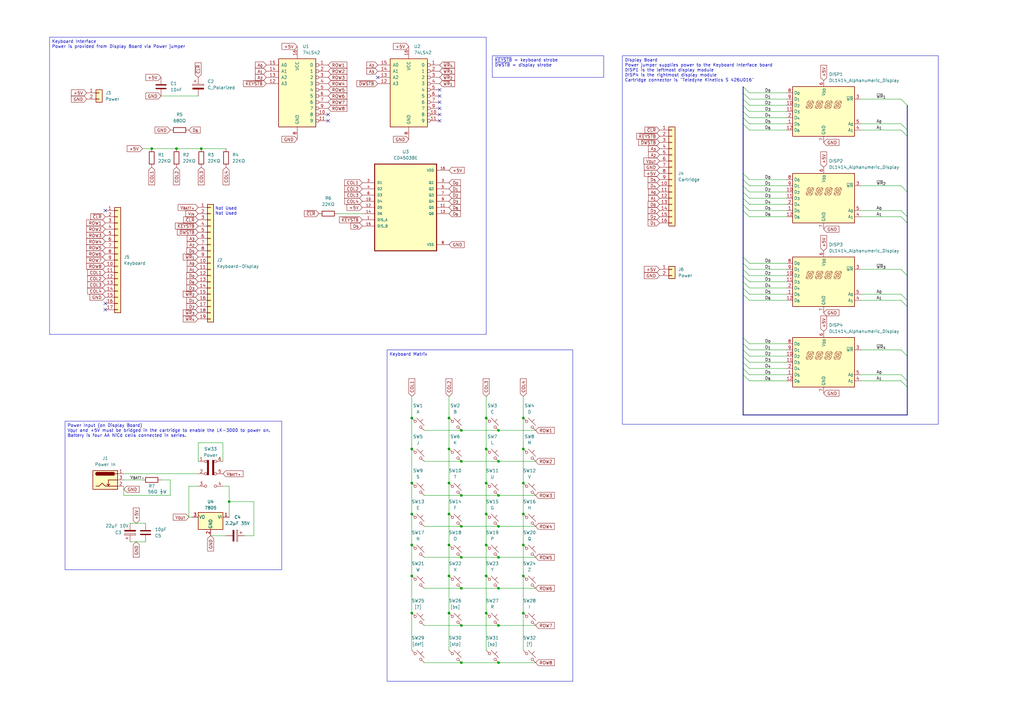
<source format=kicad_sch>
(kicad_sch (version 20250114) (generator "eeschema") (generator_version "9.0")
  (paper "A3")
  (title_block (title "Nixdorf LK-3000 Personal Computer") (date "21/SEP/2025") (rev "WORK IN PROGRESS") (company "Brett Hallen") (comment 1 "www.youtube.com/@Brfff"))
  (text "Not Used\nNot Used" (at 92.71 86.614 0) (effects (font (size 1.27 1.27))))
  (text_box "Power Input (on Display Board)\nV_{OUT} and +5V must be bridged in the cartridge to enable the LK-3000 to power on.\nBattery is four AA NiCd cells connected in series." (at 26.67 172.72 0) (size 88.9 60.96) (margins 0.9525 0.9525 0.9525 0.9525) (effects (font (size 1.27 1.27)) (justify left top)))
  (text_box "Display Board\nPower jumper supplies power to the Keyboard Interface board\nDISP1 is the leftmost display module\nDISP4 is the rightmost display module\nCartridge connector is \"Teledyne Kinetics S 426U016\"" (at 255.27 22.86 0) (size 129.54 151.13) (margins 0.9525 0.9525 0.9525 0.9525) (effects (font (size 1.27 1.27)) (justify left top)))
  (text_box "Keyboard Interface\nPower is provided from Display Board via Power jumper" (at 20.32 15.24 0) (size 179.07 121.92) (margins 0.9525 0.9525 0.9525 0.9525) (effects (font (size 1.27 1.27)) (justify left top)))
  (text_box "~{KEYSTB} = keyboard strobe\n~{DWSTB} = display strobe" (at 201.93 22.86 0) (size 45.72 8.89) (margins 0.9525 0.9525 0.9525 0.9525) (effects (font (size 1.27 1.27)) (justify left top)))
  (text_box "Keyboard Matrix" (at 158.75 143.51 0) (size 76.2 135.89) (margins 0.9525 0.9525 0.9525 0.9525) (effects (font (size 1.27 1.27)) (justify left top)))
  (junction (at 204.47 215.9))
  (junction (at 204.47 203.2))
  (junction (at 214.63 210.82))
  (junction (at 189.23 189.23))
  (junction (at 184.15 251.46))
  (junction (at 214.63 236.22))
  (junction (at 199.39 223.52))
  (junction (at 214.63 171.45))
  (junction (at 168.91 210.82))
  (junction (at 189.23 241.3))
  (junction (at 204.47 176.53))
  (junction (at 184.15 236.22))
  (junction (at 72.39 60.96))
  (junction (at 184.15 171.45))
  (junction (at 189.23 228.6))
  (junction (at 184.15 184.15))
  (junction (at 204.47 189.23))
  (junction (at 204.47 271.78))
  (junction (at 168.91 251.46))
  (junction (at 184.15 198.12))
  (junction (at 199.39 236.22))
  (junction (at 168.91 171.45))
  (junction (at 199.39 171.45))
  (junction (at 93.98 205.74))
  (junction (at 62.23 60.96))
  (junction (at 204.47 241.3))
  (junction (at 214.63 184.15))
  (junction (at 189.23 215.9))
  (junction (at 82.55 60.96))
  (junction (at 168.91 184.15))
  (junction (at 168.91 236.22))
  (junction (at 189.23 176.53))
  (junction (at 214.63 251.46))
  (junction (at 168.91 198.12))
  (junction (at 189.23 271.78))
  (junction (at 199.39 184.15))
  (junction (at 189.23 256.54))
  (junction (at 214.63 223.52))
  (junction (at 168.91 223.52))
  (junction (at 214.63 198.12))
  (junction (at 199.39 251.46))
  (junction (at 204.47 228.6))
  (junction (at 199.39 198.12))
  (junction (at 199.39 210.82))
  (junction (at 189.23 203.2))
  (junction (at 184.15 210.82))
  (junction (at 204.47 256.54))
  (junction (at 184.15 223.52))
  (no_connect (at 180.34 36.83))
  (no_connect (at 180.34 39.37))
  (no_connect (at 43.18 127))
  (no_connect (at 134.62 46.99))
  (no_connect (at 43.18 86.36))
  (no_connect (at 154.94 31.75))
  (no_connect (at 43.18 124.46))
  (no_connect (at 180.34 46.99))
  (no_connect (at 134.62 49.53))
  (no_connect (at 180.34 44.45))
  (no_connect (at 180.34 41.91))
  (no_connect (at 180.34 49.53))
  (bus_entry (at 304.8 86.36) (size 2.54 2.54))
  (bus_entry (at 304.8 81.28) (size 2.54 2.54))
  (bus_entry (at 304.8 71.12) (size 2.54 2.54))
  (bus_entry (at 304.8 48.26) (size 2.54 2.54))
  (bus_entry (at 304.8 138.43) (size 2.54 2.54))
  (bus_entry (at 304.8 35.56) (size 2.54 2.54))
  (bus_entry (at 304.8 83.82) (size 2.54 2.54))
  (bus_entry (at 304.8 45.72) (size 2.54 2.54))
  (bus_entry (at 304.8 151.13) (size 2.54 2.54))
  (bus_entry (at 372.11 55.88) (size -2.54 -2.54))
  (bus_entry (at 304.8 113.03) (size 2.54 2.54))
  (bus_entry (at 372.11 88.9) (size -2.54 -2.54))
  (bus_entry (at 304.8 107.95) (size 2.54 2.54))
  (bus_entry (at 304.8 140.97) (size 2.54 2.54))
  (bus_entry (at 372.11 146.05) (size -2.54 -2.54))
  (bus_entry (at 304.8 118.11) (size 2.54 2.54))
  (bus_entry (at 304.8 43.18) (size 2.54 2.54))
  (bus_entry (at 372.11 125.73) (size -2.54 -2.54))
  (bus_entry (at 372.11 123.19) (size -2.54 -2.54))
  (bus_entry (at 304.8 120.65) (size 2.54 2.54))
  (bus_entry (at 304.8 78.74) (size 2.54 2.54))
  (bus_entry (at 304.8 38.1) (size 2.54 2.54))
  (bus_entry (at 372.11 53.34) (size -2.54 -2.54))
  (bus_entry (at 304.8 73.66) (size 2.54 2.54))
  (bus_entry (at 304.8 115.57) (size 2.54 2.54))
  (bus_entry (at 372.11 113.03) (size -2.54 -2.54))
  (bus_entry (at 372.11 156.21) (size -2.54 -2.54))
  (bus_entry (at 304.8 153.67) (size 2.54 2.54))
  (bus_entry (at 304.8 146.05) (size 2.54 2.54))
  (bus_entry (at 372.11 158.75) (size -2.54 -2.54))
  (bus_entry (at 304.8 143.51) (size 2.54 2.54))
  (bus_entry (at 304.8 40.64) (size 2.54 2.54))
  (bus_entry (at 372.11 91.44) (size -2.54 -2.54))
  (bus_entry (at 372.11 43.18) (size -2.54 -2.54))
  (bus_entry (at 304.8 148.59) (size 2.54 2.54))
  (bus_entry (at 304.8 105.41) (size 2.54 2.54))
  (bus_entry (at 372.11 78.74) (size -2.54 -2.54))
  (bus_entry (at 304.8 110.49) (size 2.54 2.54))
  (bus_entry (at 304.8 50.8) (size 2.54 2.54))
  (bus_entry (at 304.8 76.2) (size 2.54 2.54))
  (wire (pts (xy 353.06 76.2) (xy 369.57 76.2)))
  (wire (pts (xy 307.34 88.9) (xy 322.58 88.9)))
  (wire (pts (xy 189.23 176.53) (xy 204.47 176.53)))
  (bus (pts (xy 304.8 110.49) (xy 304.8 113.03)))
  (bus (pts (xy 304.8 35.56) (xy 304.8 38.1)))
  (wire (pts (xy 168.91 223.52) (xy 168.91 236.22)))
  (bus (pts (xy 304.8 86.36) (xy 304.8 105.41)))
  (wire (pts (xy 307.34 123.19) (xy 322.58 123.19)))
  (bus (pts (xy 372.11 88.9) (xy 372.11 91.44)))
  (wire (pts (xy 53.34 222.25) (xy 59.69 222.25)))
  (wire (pts (xy 189.23 203.2) (xy 204.47 203.2)))
  (wire (pts (xy 353.06 120.65) (xy 369.57 120.65)))
  (wire (pts (xy 173.99 215.9) (xy 189.23 215.9)))
  (wire (pts (xy 62.23 60.96) (xy 72.39 60.96)))
  (wire (pts (xy 69.85 196.85) (xy 69.85 203.2)))
  (wire (pts (xy 199.39 210.82) (xy 199.39 223.52)))
  (wire (pts (xy 173.99 203.2) (xy 189.23 203.2)))
  (wire (pts (xy 307.34 81.28) (xy 322.58 81.28)))
  (wire (pts (xy 307.34 48.26) (xy 322.58 48.26)))
  (wire (pts (xy 307.34 146.05) (xy 322.58 146.05)))
  (wire (pts (xy 307.34 43.18) (xy 322.58 43.18)))
  (wire (pts (xy 58.42 196.85) (xy 50.8 196.85)))
  (wire (pts (xy 307.34 118.11) (xy 322.58 118.11)))
  (wire (pts (xy 204.47 256.54) (xy 219.71 256.54)))
  (wire (pts (xy 307.34 73.66) (xy 322.58 73.66)))
  (wire (pts (xy 104.14 205.74) (xy 93.98 205.74)))
  (wire (pts (xy 204.47 189.23) (xy 219.71 189.23)))
  (bus (pts (xy 304.8 153.67) (xy 304.8 170.18)))
  (wire (pts (xy 168.91 171.45) (xy 168.91 184.15)))
  (wire (pts (xy 199.39 251.46) (xy 199.39 266.7)))
  (wire (pts (xy 307.34 76.2) (xy 322.58 76.2)))
  (wire (pts (xy 204.47 228.6) (xy 219.71 228.6)))
  (wire (pts (xy 104.14 219.71) (xy 104.14 205.74)))
  (wire (pts (xy 189.23 228.6) (xy 204.47 228.6)))
  (wire (pts (xy 199.39 184.15) (xy 199.39 198.12)))
  (wire (pts (xy 173.99 256.54) (xy 189.23 256.54)))
  (wire (pts (xy 353.06 88.9) (xy 369.57 88.9)))
  (bus (pts (xy 304.8 138.43) (xy 304.8 140.97)))
  (bus (pts (xy 372.11 113.03) (xy 372.11 123.19)))
  (wire (pts (xy 307.34 113.03) (xy 322.58 113.03)))
  (wire (pts (xy 184.15 251.46) (xy 184.15 266.7)))
  (wire (pts (xy 168.91 210.82) (xy 168.91 223.52)))
  (wire (pts (xy 173.99 271.78) (xy 189.23 271.78)))
  (wire (pts (xy 307.34 50.8) (xy 322.58 50.8)))
  (wire (pts (xy 184.15 236.22) (xy 184.15 251.46)))
  (wire (pts (xy 77.47 212.09) (xy 78.74 212.09)))
  (bus (pts (xy 304.8 105.41) (xy 304.8 107.95)))
  (wire (pts (xy 353.06 53.34) (xy 369.57 53.34)))
  (wire (pts (xy 168.91 251.46) (xy 168.91 266.7)))
  (bus (pts (xy 304.8 113.03) (xy 304.8 115.57)))
  (wire (pts (xy 82.55 60.96) (xy 92.71 60.96)))
  (wire (pts (xy 50.8 194.31) (xy 81.28 194.31)))
  (bus (pts (xy 304.8 48.26) (xy 304.8 50.8)))
  (wire (pts (xy 214.63 171.45) (xy 214.63 184.15)))
  (wire (pts (xy 199.39 171.45) (xy 199.39 184.15)))
  (bus (pts (xy 304.8 38.1) (xy 304.8 40.64)))
  (bus (pts (xy 372.11 78.74) (xy 372.11 88.9)))
  (wire (pts (xy 173.99 241.3) (xy 189.23 241.3)))
  (bus (pts (xy 372.11 158.75) (xy 372.11 170.18)))
  (wire (pts (xy 168.91 184.15) (xy 168.91 198.12)))
  (wire (pts (xy 204.47 176.53) (xy 219.71 176.53)))
  (wire (pts (xy 168.91 162.56) (xy 168.91 171.45)))
  (wire (pts (xy 93.98 205.74) (xy 93.98 212.09)))
  (bus (pts (xy 372.11 146.05) (xy 372.11 156.21)))
  (wire (pts (xy 77.47 199.39) (xy 77.47 212.09)))
  (wire (pts (xy 353.06 156.21) (xy 369.57 156.21)))
  (bus (pts (xy 372.11 53.34) (xy 372.11 55.88)))
  (wire (pts (xy 353.06 110.49) (xy 369.57 110.49)))
  (wire (pts (xy 199.39 162.56) (xy 199.39 171.45)))
  (wire (pts (xy 353.06 153.67) (xy 369.57 153.67)))
  (wire (pts (xy 204.47 203.2) (xy 219.71 203.2)))
  (wire (pts (xy 214.63 198.12) (xy 214.63 210.82)))
  (wire (pts (xy 91.44 199.39) (xy 93.98 199.39)))
  (bus (pts (xy 304.8 115.57) (xy 304.8 118.11)))
  (wire (pts (xy 353.06 40.64) (xy 369.57 40.64)))
  (wire (pts (xy 168.91 236.22) (xy 168.91 251.46)))
  (wire (pts (xy 307.34 143.51) (xy 322.58 143.51)))
  (wire (pts (xy 93.98 199.39) (xy 93.98 205.74)))
  (wire (pts (xy 307.34 78.74) (xy 322.58 78.74)))
  (wire (pts (xy 307.34 115.57) (xy 322.58 115.57)))
  (wire (pts (xy 353.06 50.8) (xy 369.57 50.8)))
  (wire (pts (xy 307.34 110.49) (xy 322.58 110.49)))
  (bus (pts (xy 372.11 125.73) (xy 372.11 146.05)))
  (wire (pts (xy 307.34 83.82) (xy 322.58 83.82)))
  (wire (pts (xy 53.34 214.63) (xy 59.69 214.63)))
  (bus (pts (xy 304.8 107.95) (xy 304.8 110.49)))
  (wire (pts (xy 184.15 198.12) (xy 184.15 210.82)))
  (wire (pts (xy 199.39 198.12) (xy 199.39 210.82)))
  (wire (pts (xy 353.06 143.51) (xy 369.57 143.51)))
  (wire (pts (xy 307.34 148.59) (xy 322.58 148.59)))
  (bus (pts (xy 304.8 71.12) (xy 304.8 73.66)))
  (bus (pts (xy 304.8 73.66) (xy 304.8 76.2)))
  (wire (pts (xy 307.34 86.36) (xy 322.58 86.36)))
  (wire (pts (xy 214.63 236.22) (xy 214.63 251.46)))
  (wire (pts (xy 199.39 236.22) (xy 199.39 251.46)))
  (bus (pts (xy 304.8 170.18) (xy 372.11 170.18)))
  (wire (pts (xy 307.34 140.97) (xy 322.58 140.97)))
  (wire (pts (xy 66.04 39.37) (xy 81.28 39.37)))
  (bus (pts (xy 372.11 123.19) (xy 372.11 125.73)))
  (bus (pts (xy 304.8 118.11) (xy 304.8 120.65)))
  (bus (pts (xy 304.8 76.2) (xy 304.8 78.74)))
  (wire (pts (xy 184.15 223.52) (xy 184.15 236.22)))
  (wire (pts (xy 353.06 86.36) (xy 369.57 86.36)))
  (wire (pts (xy 81.28 199.39) (xy 77.47 199.39)))
  (wire (pts (xy 189.23 215.9) (xy 204.47 215.9)))
  (bus (pts (xy 372.11 43.18) (xy 372.11 53.34)))
  (bus (pts (xy 304.8 151.13) (xy 304.8 153.67)))
  (wire (pts (xy 184.15 162.56) (xy 184.15 171.45)))
  (wire (pts (xy 184.15 184.15) (xy 184.15 198.12)))
  (wire (pts (xy 189.23 241.3) (xy 204.47 241.3)))
  (bus (pts (xy 304.8 83.82) (xy 304.8 86.36)))
  (bus (pts (xy 304.8 40.64) (xy 304.8 43.18)))
  (wire (pts (xy 214.63 223.52) (xy 214.63 236.22)))
  (wire (pts (xy 204.47 241.3) (xy 219.71 241.3)))
  (wire (pts (xy 307.34 38.1) (xy 322.58 38.1)))
  (wire (pts (xy 81.28 189.23) (xy 81.28 181.61)))
  (wire (pts (xy 81.28 181.61) (xy 91.44 181.61)))
  (wire (pts (xy 100.33 219.71) (xy 104.14 219.71)))
  (bus (pts (xy 304.8 78.74) (xy 304.8 81.28)))
  (wire (pts (xy 168.91 198.12) (xy 168.91 210.82)))
  (wire (pts (xy 307.34 153.67) (xy 322.58 153.67)))
  (wire (pts (xy 173.99 189.23) (xy 189.23 189.23)))
  (bus (pts (xy 304.8 148.59) (xy 304.8 151.13)))
  (bus (pts (xy 304.8 50.8) (xy 304.8 71.12)))
  (wire (pts (xy 214.63 251.46) (xy 214.63 266.7)))
  (wire (pts (xy 72.39 60.96) (xy 82.55 60.96)))
  (wire (pts (xy 214.63 184.15) (xy 214.63 198.12)))
  (wire (pts (xy 307.34 107.95) (xy 322.58 107.95)))
  (bus (pts (xy 372.11 156.21) (xy 372.11 158.75)))
  (wire (pts (xy 307.34 40.64) (xy 322.58 40.64)))
  (wire (pts (xy 66.04 196.85) (xy 69.85 196.85)))
  (bus (pts (xy 304.8 146.05) (xy 304.8 148.59)))
  (bus (pts (xy 304.8 45.72) (xy 304.8 48.26)))
  (wire (pts (xy 307.34 156.21) (xy 322.58 156.21)))
  (bus (pts (xy 304.8 43.18) (xy 304.8 45.72)))
  (wire (pts (xy 173.99 176.53) (xy 189.23 176.53)))
  (bus (pts (xy 372.11 91.44) (xy 372.11 113.03)))
  (wire (pts (xy 307.34 151.13) (xy 322.58 151.13)))
  (wire (pts (xy 189.23 256.54) (xy 204.47 256.54)))
  (wire (pts (xy 91.44 181.61) (xy 91.44 189.23)))
  (wire (pts (xy 307.34 53.34) (xy 322.58 53.34)))
  (bus (pts (xy 304.8 140.97) (xy 304.8 143.51)))
  (wire (pts (xy 214.63 210.82) (xy 214.63 223.52)))
  (wire (pts (xy 189.23 271.78) (xy 204.47 271.78)))
  (bus (pts (xy 304.8 81.28) (xy 304.8 83.82)))
  (bus (pts (xy 372.11 55.88) (xy 372.11 78.74)))
  (wire (pts (xy 204.47 215.9) (xy 219.71 215.9)))
  (wire (pts (xy 204.47 271.78) (xy 219.71 271.78)))
  (wire (pts (xy 307.34 45.72) (xy 322.58 45.72)))
  (wire (pts (xy 353.06 123.19) (xy 369.57 123.19)))
  (wire (pts (xy 199.39 223.52) (xy 199.39 236.22)))
  (wire (pts (xy 307.34 120.65) (xy 322.58 120.65)))
  (wire (pts (xy 189.23 189.23) (xy 204.47 189.23)))
  (wire (pts (xy 58.42 60.96) (xy 62.23 60.96)))
  (wire (pts (xy 173.99 228.6) (xy 189.23 228.6)))
  (wire (pts (xy 50.8 203.2) (xy 69.85 203.2)))
  (wire (pts (xy 50.8 203.2) (xy 50.8 199.39)))
  (wire (pts (xy 214.63 162.56) (xy 214.63 171.45)))
  (bus (pts (xy 304.8 120.65) (xy 304.8 138.43)))
  (wire (pts (xy 184.15 171.45) (xy 184.15 184.15)))
  (wire (pts (xy 86.36 219.71) (xy 92.71 219.71)))
  (wire (pts (xy 138.43 87.63) (xy 148.59 87.63)))
  (wire (pts (xy 184.15 210.82) (xy 184.15 223.52)))
  (bus (pts (xy 304.8 143.51) (xy 304.8 146.05)))
  (label "~{WR}_{3}" (at 359.41 110.49 0))
  (label "D_{1}" (at 313.69 110.49 0))
  (label "V_{BATT-}" (at 53.34 196.85 0))
  (label "A_{0}" (at 359.41 86.36 0))
  (label "D_{0}" (at 313.69 73.66 0))
  (label "A_{1}" (at 359.41 156.21 0))
  (label "D_{4}" (at 313.69 118.11 0))
  (label "D_{2}" (at 313.69 43.18 0))
  (label "A_{1}" (at 359.41 88.9 0))
  (label "D_{6}" (at 313.69 88.9 0))
  (label "D_{5}" (at 313.69 86.36 0))
  (label "~{WR}_{1}" (at 359.41 40.64 0))
  (label "A_{0}" (at 359.41 120.65 0))
  (label "D_{0}" (at 313.69 38.1 0))
  (label "D_{3}" (at 313.69 45.72 0))
  (label "D_{1}" (at 313.69 40.64 0))
  (label "~{WR}_{4}" (at 359.41 143.51 0))
  (label "D_{2}" (at 313.69 146.05 0))
  (label "D_{0}" (at 313.69 107.95 0))
  (label "D_{5}" (at 313.69 50.8 0))
  (label "D_{5}" (at 313.69 120.65 0))
  (label "A_{1}" (at 359.41 53.34 0))
  (label "D_{3}" (at 313.69 81.28 0))
  (label "D_{4}" (at 313.69 83.82 0))
  (label "A_{1}" (at 359.41 123.19 0))
  (label "D_{4}" (at 313.69 48.26 0))
  (label "D_{6}" (at 313.69 156.21 0))
  (label "D_{5}" (at 313.69 153.67 0))
  (label "~{WR}_{2}" (at 359.41 76.2 0))
  (label "D_{3}" (at 313.69 148.59 0))
  (label "D_{2}" (at 313.69 113.03 0))
  (label "A_{0}" (at 359.41 153.67 0))
  (label "D_{6}" (at 313.69 53.34 0))
  (label "D_{4}" (at 313.69 151.13 0))
  (label "D_{2}" (at 313.69 78.74 0))
  (label "D_{3}" (at 313.69 115.57 0))
  (label "D_{1}" (at 313.69 76.2 0))
  (label "D_{0}" (at 313.69 140.97 0))
  (label "A_{0}" (at 359.41 50.8 0))
  (label "D_{6}" (at 313.69 123.19 0))
  (label "D_{1}" (at 313.69 143.51 0))
  (global_label "ROW5" (shape input) (at 134.62 36.83 0) (property "Intersheetrefs" "${INTERSHEET_REFS}" (effects (hide yes))))
  (global_label "~{CLR}" (shape input) (at 270.51 53.34 180) (property "Intersheetrefs" "${INTERSHEET_REFS}" (effects (hide yes))))
  (global_label "COL3" (shape input) (at 43.18 116.84 180) (property "Intersheetrefs" "${INTERSHEET_REFS}" (effects (hide yes))))
  (global_label "ROW1" (shape input) (at 43.18 91.44 180) (property "Intersheetrefs" "${INTERSHEET_REFS}" (effects (hide yes))))
  (global_label "COL2" (shape input) (at 43.18 114.3 180) (property "Intersheetrefs" "${INTERSHEET_REFS}" (effects (hide yes))))
  (global_label "D_{1}" (shape input) (at 270.51 91.44 180) (property "Intersheetrefs" "${INTERSHEET_REFS}" (effects (hide yes))))
  (global_label "A_{2}" (shape input) (at 270.51 63.5 180) (property "Intersheetrefs" "${INTERSHEET_REFS}" (effects (hide yes))))
  (global_label "~{KEYSTB}" (shape input) (at 81.28 92.71 180) (property "Intersheetrefs" "${INTERSHEET_REFS}" (effects (hide yes))))
  (global_label "D_{4}" (shape input) (at 270.51 76.2 180) (property "Intersheetrefs" "${INTERSHEET_REFS}" (effects (hide yes))))
  (global_label "~{WR}_{2}" (shape input) (at 81.28 120.65 180) (property "Intersheetrefs" "${INTERSHEET_REFS}" (effects (hide yes))))
  (global_label "COL4" (shape input) (at 148.59 82.55 180) (property "Intersheetrefs" "${INTERSHEET_REFS}" (effects (hide yes))))
  (global_label "+5V" (shape input) (at 148.59 85.09 180) (property "Intersheetrefs" "${INTERSHEET_REFS}" (effects (hide yes))))
  (global_label "~{WR}_{2}" (shape input) (at 180.34 31.75 0) (property "Intersheetrefs" "${INTERSHEET_REFS}" (effects (hide yes))))
  (global_label "COL2" (shape input) (at 72.39 68.58 270) (property "Intersheetrefs" "${INTERSHEET_REFS}" (effects (hide yes))))
  (global_label "ROW8" (shape input) (at 219.71 271.78 0) (property "Intersheetrefs" "${INTERSHEET_REFS}" (effects (hide yes))))
  (global_label "D_{2}" (shape input) (at 270.51 88.9 180) (property "Intersheetrefs" "${INTERSHEET_REFS}" (effects (hide yes))))
  (global_label "D_{6}" (shape input) (at 184.15 85.09 0) (property "Intersheetrefs" "${INTERSHEET_REFS}" (effects (hide yes))))
  (global_label "A_{0}" (shape input) (at 109.22 26.67 180) (property "Intersheetrefs" "${INTERSHEET_REFS}" (effects (hide yes))))
  (global_label "ROW7" (shape input) (at 134.62 41.91 0) (property "Intersheetrefs" "${INTERSHEET_REFS}" (effects (hide yes))))
  (global_label "COL4" (shape input) (at 92.71 68.58 270) (property "Intersheetrefs" "${INTERSHEET_REFS}" (effects (hide yes))))
  (global_label "COL1" (shape input) (at 43.18 111.76 180) (property "Intersheetrefs" "${INTERSHEET_REFS}" (effects (hide yes))))
  (global_label "GND" (shape input) (at 270.51 113.03 180) (property "Intersheetrefs" "${INTERSHEET_REFS}" (effects (hide yes))))
  (global_label "COL3" (shape input) (at 82.55 68.58 270) (property "Intersheetrefs" "${INTERSHEET_REFS}" (effects (hide yes))))
  (global_label "D_{3}" (shape input) (at 81.28 118.11 180) (property "Intersheetrefs" "${INTERSHEET_REFS}" (effects (hide yes))))
  (global_label "D_{6}" (shape input) (at 184.15 87.63 0) (property "Intersheetrefs" "${INTERSHEET_REFS}" (effects (hide yes))))
  (global_label "V_{IN}" (shape input) (at 81.28 87.63 180) (property "Intersheetrefs" "${INTERSHEET_REFS}" (effects (hide yes))))
  (global_label "~{CLR}" (shape input) (at 43.18 88.9 180) (property "Intersheetrefs" "${INTERSHEET_REFS}" (effects (hide yes))))
  (global_label "COL1" (shape input) (at 62.23 68.58 270) (property "Intersheetrefs" "${INTERSHEET_REFS}" (effects (hide yes))))
  (global_label "D_{5}" (shape input) (at 270.51 73.66 180) (property "Intersheetrefs" "${INTERSHEET_REFS}" (effects (hide yes))))
  (global_label "COL4" (shape input) (at 43.18 119.38 180) (property "Intersheetrefs" "${INTERSHEET_REFS}" (effects (hide yes))))
  (global_label "GND" (shape input) (at 184.15 100.33 0) (property "Intersheetrefs" "${INTERSHEET_REFS}" (effects (hide yes))))
  (global_label "COL3" (shape input) (at 199.39 162.56 90) (property "Intersheetrefs" "${INTERSHEET_REFS}" (effects (hide yes))))
  (global_label "A_{0}" (shape input) (at 270.51 78.74 180) (property "Intersheetrefs" "${INTERSHEET_REFS}" (effects (hide yes))))
  (global_label "A_{3}" (shape input) (at 154.94 29.21 180) (property "Intersheetrefs" "${INTERSHEET_REFS}" (effects (hide yes))))
  (global_label "COL1" (shape input) (at 168.91 162.56 90) (property "Intersheetrefs" "${INTERSHEET_REFS}" (effects (hide yes))))
  (global_label "~{WR}_{4}" (shape input) (at 180.34 26.67 0) (property "Intersheetrefs" "${INTERSHEET_REFS}" (effects (hide yes))))
  (global_label "~{WR}_{1}" (shape input) (at 81.28 105.41 180) (property "Intersheetrefs" "${INTERSHEET_REFS}" (effects (hide yes))))
  (global_label "+5V" (shape input) (at 337.82 102.87 90) (property "Intersheetrefs" "${INTERSHEET_REFS}" (effects (hide yes))))
  (global_label "V_{OUT}" (shape input) (at 77.47 212.09 180) (property "Intersheetrefs" "${INTERSHEET_REFS}" (effects (hide yes))))
  (global_label "COL1" (shape input) (at 148.59 74.93 180) (property "Intersheetrefs" "${INTERSHEET_REFS}" (effects (hide yes))))
  (global_label "ROW2" (shape input) (at 43.18 93.98 180) (property "Intersheetrefs" "${INTERSHEET_REFS}" (effects (hide yes))))
  (global_label "+5V" (shape input) (at 35.56 38.1 180) (property "Intersheetrefs" "${INTERSHEET_REFS}" (effects (hide yes))))
  (global_label "~{KEYSTB}" (shape input) (at 109.22 34.29 180) (property "Intersheetrefs" "${INTERSHEET_REFS}" (effects (hide yes))))
  (global_label "A_{3}" (shape input) (at 81.28 97.79 180) (property "Intersheetrefs" "${INTERSHEET_REFS}" (effects (hide yes))))
  (global_label "~{CLR}" (shape input) (at 81.28 90.17 180) (property "Intersheetrefs" "${INTERSHEET_REFS}" (effects (hide yes))))
  (global_label "ROW4" (shape input) (at 43.18 99.06 180) (property "Intersheetrefs" "${INTERSHEET_REFS}" (effects (hide yes))))
  (global_label "D_{5}" (shape input) (at 81.28 102.87 180) (property "Intersheetrefs" "${INTERSHEET_REFS}" (effects (hide yes))))
  (global_label "GND" (shape input) (at 337.82 93.98 0) (property "Intersheetrefs" "${INTERSHEET_REFS}" (effects (hide yes))))
  (global_label "V_{BATT+}" (shape input) (at 91.44 194.31 0) (property "Intersheetrefs" "${INTERSHEET_REFS}" (effects (hide yes))))
  (global_label "GND" (shape input) (at 55.88 222.25 270) (property "Intersheetrefs" "${INTERSHEET_REFS}" (effects (hide yes))))
  (global_label "+5V" (shape input) (at 167.64 19.05 180) (property "Intersheetrefs" "${INTERSHEET_REFS}" (effects (hide yes))))
  (global_label "D_{1}" (shape input) (at 184.15 77.47 0) (property "Intersheetrefs" "${INTERSHEET_REFS}" (effects (hide yes))))
  (global_label "~{CLR}" (shape input) (at 81.28 31.75 90) (property "Intersheetrefs" "${INTERSHEET_REFS}" (effects (hide yes))))
  (global_label "ROW3" (shape input) (at 219.71 203.2 0) (property "Intersheetrefs" "${INTERSHEET_REFS}" (effects (hide yes))))
  (global_label "COL4" (shape input) (at 214.63 162.56 90) (property "Intersheetrefs" "${INTERSHEET_REFS}" (effects (hide yes))))
  (global_label "+5V" (shape input) (at 184.15 69.85 0) (property "Intersheetrefs" "${INTERSHEET_REFS}" (effects (hide yes))))
  (global_label "+5V" (shape input) (at 337.82 135.89 90) (property "Intersheetrefs" "${INTERSHEET_REFS}" (effects (hide yes))))
  (global_label "~{DWSTB}" (shape input) (at 154.94 34.29 180) (property "Intersheetrefs" "${INTERSHEET_REFS}" (effects (hide yes))))
  (global_label "GND" (shape input) (at 337.82 58.42 0) (property "Intersheetrefs" "${INTERSHEET_REFS}" (effects (hide yes))))
  (global_label "D_{6}" (shape input) (at 77.47 53.34 0) (property "Intersheetrefs" "${INTERSHEET_REFS}" (effects (hide yes))))
  (global_label "~{WR}_{4}" (shape input) (at 81.28 130.81 180) (property "Intersheetrefs" "${INTERSHEET_REFS}" (effects (hide yes))))
  (global_label "D_{3}" (shape input) (at 184.15 82.55 0) (property "Intersheetrefs" "${INTERSHEET_REFS}" (effects (hide yes))))
  (global_label "A_{1}" (shape input) (at 109.22 29.21 180) (property "Intersheetrefs" "${INTERSHEET_REFS}" (effects (hide yes))))
  (global_label "A_{1}" (shape input) (at 270.51 81.28 180) (property "Intersheetrefs" "${INTERSHEET_REFS}" (effects (hide yes))))
  (global_label "GND" (shape input) (at 50.8 200.66 0) (property "Intersheetrefs" "${INTERSHEET_REFS}" (effects (hide yes))))
  (global_label "ROW4" (shape input) (at 219.71 215.9 0) (property "Intersheetrefs" "${INTERSHEET_REFS}" (effects (hide yes))))
  (global_label "D_{0}" (shape input) (at 270.51 83.82 180) (property "Intersheetrefs" "${INTERSHEET_REFS}" (effects (hide yes))))
  (global_label "A_{2}" (shape input) (at 109.22 31.75 180) (property "Intersheetrefs" "${INTERSHEET_REFS}" (effects (hide yes))))
  (global_label "ROW6" (shape input) (at 219.71 241.3 0) (property "Intersheetrefs" "${INTERSHEET_REFS}" (effects (hide yes))))
  (global_label "GND" (shape input) (at 35.56 40.64 180) (property "Intersheetrefs" "${INTERSHEET_REFS}" (effects (hide yes))))
  (global_label "ROW1" (shape input) (at 219.71 176.53 0) (property "Intersheetrefs" "${INTERSHEET_REFS}" (effects (hide yes))))
  (global_label "D_{2}" (shape input) (at 81.28 125.73 180) (property "Intersheetrefs" "${INTERSHEET_REFS}" (effects (hide yes))))
  (global_label "+5V" (shape input) (at 270.51 110.49 180) (property "Intersheetrefs" "${INTERSHEET_REFS}" (effects (hide yes))))
  (global_label "V_{OUT}" (shape input) (at 270.51 66.04 180) (property "Intersheetrefs" "${INTERSHEET_REFS}" (effects (hide yes))))
  (global_label "+5V" (shape input) (at 58.42 60.96 180) (property "Intersheetrefs" "${INTERSHEET_REFS}" (effects (hide yes))))
  (global_label "A_{1}" (shape input) (at 81.28 110.49 180) (property "Intersheetrefs" "${INTERSHEET_REFS}" (effects (hide yes))))
  (global_label "ROW1" (shape input) (at 134.62 26.67 0) (property "Intersheetrefs" "${INTERSHEET_REFS}" (effects (hide yes))))
  (global_label "ROW3" (shape input) (at 134.62 31.75 0) (property "Intersheetrefs" "${INTERSHEET_REFS}" (effects (hide yes))))
  (global_label "~{KEYSTB}" (shape input) (at 148.59 90.17 180) (property "Intersheetrefs" "${INTERSHEET_REFS}" (effects (hide yes))))
  (global_label "D_{0}" (shape input) (at 184.15 74.93 0) (property "Intersheetrefs" "${INTERSHEET_REFS}" (effects (hide yes))))
  (global_label "+5V" (shape input) (at 66.04 31.75 180) (property "Intersheetrefs" "${INTERSHEET_REFS}" (effects (hide yes))))
  (global_label "GND" (shape input) (at 121.92 57.15 180) (property "Intersheetrefs" "${INTERSHEET_REFS}" (effects (hide yes))))
  (global_label "GND" (shape input) (at 69.85 53.34 180) (property "Intersheetrefs" "${INTERSHEET_REFS}" (effects (hide yes))))
  (global_label "COL2" (shape input) (at 184.15 162.56 90) (property "Intersheetrefs" "${INTERSHEET_REFS}" (effects (hide yes))))
  (global_label "ROW8" (shape input) (at 43.18 109.22 180) (property "Intersheetrefs" "${INTERSHEET_REFS}" (effects (hide yes))))
  (global_label "+5V" (shape input) (at 337.82 33.02 90) (property "Intersheetrefs" "${INTERSHEET_REFS}" (effects (hide yes))))
  (global_label "GND" (shape input) (at 86.36 219.71 270) (property "Intersheetrefs" "${INTERSHEET_REFS}" (effects (hide yes))))
  (global_label "ROW2" (shape input) (at 219.71 189.23 0) (property "Intersheetrefs" "${INTERSHEET_REFS}" (effects (hide yes))))
  (global_label "D_{1}" (shape input) (at 81.28 123.19 180) (property "Intersheetrefs" "${INTERSHEET_REFS}" (effects (hide yes))))
  (global_label "ROW2" (shape input) (at 134.62 29.21 0) (property "Intersheetrefs" "${INTERSHEET_REFS}" (effects (hide yes))))
  (global_label "D_{6}" (shape input) (at 81.28 115.57 180) (property "Intersheetrefs" "${INTERSHEET_REFS}" (effects (hide yes))))
  (global_label "~{KEYSTB}" (shape input) (at 270.51 55.88 180) (property "Intersheetrefs" "${INTERSHEET_REFS}" (effects (hide yes))))
  (global_label "A_{3}" (shape input) (at 270.51 60.96 180) (property "Intersheetrefs" "${INTERSHEET_REFS}" (effects (hide yes))))
  (global_label "D_{3}" (shape input) (at 270.51 86.36 180) (property "Intersheetrefs" "${INTERSHEET_REFS}" (effects (hide yes))))
  (global_label "ROW6" (shape input) (at 134.62 39.37 0) (property "Intersheetrefs" "${INTERSHEET_REFS}" (effects (hide yes))))
  (global_label "D_{0}" (shape input) (at 81.28 113.03 180) (property "Intersheetrefs" "${INTERSHEET_REFS}" (effects (hide yes))))
  (global_label "~{WR}_{3}" (shape input) (at 81.28 128.27 180) (property "Intersheetrefs" "${INTERSHEET_REFS}" (effects (hide yes))))
  (global_label "COL2" (shape input) (at 148.59 77.47 180) (property "Intersheetrefs" "${INTERSHEET_REFS}" (effects (hide yes))))
  (global_label "~{CLR}" (shape input) (at 130.81 87.63 180) (property "Intersheetrefs" "${INTERSHEET_REFS}" (effects (hide yes))))
  (global_label "A_{0}" (shape input) (at 81.28 107.95 180) (property "Intersheetrefs" "${INTERSHEET_REFS}" (effects (hide yes))))
  (global_label "D_{5}" (shape input) (at 148.59 92.71 180) (property "Intersheetrefs" "${INTERSHEET_REFS}" (effects (hide yes))))
  (global_label "V_{BATT+}" (shape input) (at 81.28 85.09 180) (property "Intersheetrefs" "${INTERSHEET_REFS}" (effects (hide yes))))
  (global_label "~{WR}_{3}" (shape input) (at 180.34 29.21 0) (property "Intersheetrefs" "${INTERSHEET_REFS}" (effects (hide yes))))
  (global_label "ROW4" (shape input) (at 134.62 34.29 0) (property "Intersheetrefs" "${INTERSHEET_REFS}" (effects (hide yes))))
  (global_label "GND" (shape input) (at 337.82 128.27 0) (property "Intersheetrefs" "${INTERSHEET_REFS}" (effects (hide yes))))
  (global_label "ROW6" (shape input) (at 43.18 104.14 180) (property "Intersheetrefs" "${INTERSHEET_REFS}" (effects (hide yes))))
  (global_label "ROW8" (shape input) (at 134.62 44.45 0) (property "Intersheetrefs" "${INTERSHEET_REFS}" (effects (hide yes))))
  (global_label "~{DWSTB}" (shape input) (at 270.51 58.42 180) (property "Intersheetrefs" "${INTERSHEET_REFS}" (effects (hide yes))))
  (global_label "COL3" (shape input) (at 148.59 80.01 180) (property "Intersheetrefs" "${INTERSHEET_REFS}" (effects (hide yes))))
  (global_label "ROW7" (shape input) (at 219.71 256.54 0) (property "Intersheetrefs" "${INTERSHEET_REFS}" (effects (hide yes))))
  (global_label "GND" (shape input) (at 337.82 161.29 0) (property "Intersheetrefs" "${INTERSHEET_REFS}" (effects (hide yes))))
  (global_label "ROW5" (shape input) (at 219.71 228.6 0) (property "Intersheetrefs" "${INTERSHEET_REFS}" (effects (hide yes))))
  (global_label "GND" (shape input) (at 43.18 121.92 180) (property "Intersheetrefs" "${INTERSHEET_REFS}" (effects (hide yes))))
  (global_label "GND" (shape input) (at 167.64 57.15 180) (property "Intersheetrefs" "${INTERSHEET_REFS}" (effects (hide yes))))
  (global_label "+5V" (shape input) (at 55.88 214.63 90) (property "Intersheetrefs" "${INTERSHEET_REFS}" (effects (hide yes))))
  (global_label "+5V" (shape input) (at 270.51 71.12 180) (property "Intersheetrefs" "${INTERSHEET_REFS}" (effects (hide yes))))
  (global_label "ROW7" (shape input) (at 43.18 106.68 180) (property "Intersheetrefs" "${INTERSHEET_REFS}" (effects (hide yes))))
  (global_label "GND" (shape input) (at 270.51 68.58 180) (property "Intersheetrefs" "${INTERSHEET_REFS}" (effects (hide yes))))
  (global_label "D_{2}" (shape input) (at 184.15 80.01 0) (property "Intersheetrefs" "${INTERSHEET_REFS}" (effects (hide yes))))
  (global_label "+5V" (shape input) (at 337.82 68.58 90) (property "Intersheetrefs" "${INTERSHEET_REFS}" (effects (hide yes))))
  (global_label "ROW5" (shape input) (at 43.18 101.6 180) (property "Intersheetrefs" "${INTERSHEET_REFS}" (effects (hide yes))))
  (global_label "A_{2}" (shape input) (at 154.94 26.67 180) (property "Intersheetrefs" "${INTERSHEET_REFS}" (effects (hide yes))))
  (global_label "~{DWSTB}" (shape input) (at 81.28 95.25 180) (property "Intersheetrefs" "${INTERSHEET_REFS}" (effects (hide yes))))
  (global_label "~{WR}_{1}" (shape input) (at 180.34 34.29 0) (property "Intersheetrefs" "${INTERSHEET_REFS}" (effects (hide yes))))
  (global_label "A_{2}" (shape input) (at 81.28 100.33 180) (property "Intersheetrefs" "${INTERSHEET_REFS}" (effects (hide yes))))
  (global_label "GND" (shape input) (at 66.04 39.37 180) (property "Intersheetrefs" "${INTERSHEET_REFS}" (effects (hide yes))))
  (global_label "ROW3" (shape input) (at 43.18 96.52 180) (property "Intersheetrefs" "${INTERSHEET_REFS}" (effects (hide yes))))
  (global_label "+5V" (shape input) (at 121.92 19.05 180) (property "Intersheetrefs" "${INTERSHEET_REFS}" (effects (hide yes))))
  (symbol (lib_id "Connector_Generic:Conn_01x17") (at 48.26 106.68 0) (unit 1)
    (property "Reference" "J5" (at 50.8 105.4099 0) (effects (justify left)))
    (property "Value" "Keyboard" (at 50.8 107.9499 0) (effects (justify left)))
    (property "Description" "Generic connector, single row, 01x17, script generated (kicad-library-utils/schlib/autogen/connector/)" (effects (hide yes)))
  )
  (symbol (lib_id "Device:R") (at 82.55 64.77 0) (unit 1)
    (property "Reference" "R3" (at 85.09 63.4999 0) (effects (justify left)))
    (property "Value" "22KΩ" (at 85.09 66.0399 0) (effects (justify left)))
    (property "Description" "Resistor" (effects (hide yes)))
  )
  (symbol (lib_id "Device:C_Polarized") (at 96.52 219.71 270) (unit 1)
    (property "Reference" "C4" (at 97.409 212.09 90))
    (property "Value" "2.2µF 35V" (at 97.409 214.63 90))
    (property "Description" "Polarized capacitor" (effects (hide yes)))
  )
  (symbol (lib_id "Switch:SW_Push_45deg") (at 217.17 173.99 0) (unit 1)
    (property "Reference" "SW4" (at 217.17 166.37 0))
    (property "Value" "D" (at 217.17 168.91 0))
    (property "Description" "Push button switch, normally open, two pins, 45° tilted" (effects (hide yes)))
  )
  (symbol (lib_id "Switch:SW_Push_45deg") (at 186.69 254 0) (unit 1)
    (property "Reference" "SW26" (at 186.69 246.38 0))
    (property "Value" "[bs]" (at 186.69 248.92 0))
    (property "Description" "Push button switch, normally open, two pins, 45° tilted" (effects (hide yes)))
  )
  (symbol (lib_id "Clueless_Engineer:DL1414_Alphanumeric_Display") (at 327.66 33.02 0) (unit 1)
    (property "Reference" "DISP1" (at 339.9633 30.48 0) (effects (justify left)))
    (property "Value" "DL1414_Alphanumeric_Display" (at 339.9633 33.02 0) (effects (justify left)))
    (property "Description" "Four Character Smart Alphanumeric Display" (effects (hide yes)))
  )
  (symbol (lib_id "Clueless_Engineer:CD4503BE") (at 166.37 85.09 0) (unit 1)
    (property "Reference" "U3" (at 166.37 62.23 0))
    (property "Value" "CD4503BE" (at 166.37 64.77 0))
    (property "Footprint" "Package_DIP:DIP-16_W7.62mm" (effects (hide yes)))
    (property "Description" "CMOS non-inverting hex buffer" (effects (hide yes)))
  )
  (symbol (lib_id "Clueless_Engineer:DL1414_Alphanumeric_Display") (at 327.66 68.58 0) (unit 1)
    (property "Reference" "DISP2" (at 339.9633 66.04 0) (effects (justify left)))
    (property "Value" "DL1414_Alphanumeric_Display" (at 339.9633 68.58 0) (effects (justify left)))
    (property "Description" "Four Character Smart Alphanumeric Display" (effects (hide yes)))
  )
  (symbol (lib_id "Connector:Barrel_Jack_Switch") (at 43.18 196.85 0) (unit 1)
    (property "Reference" "J1" (at 43.18 187.96 0))
    (property "Value" "Power In" (at 43.18 190.5 0))
    (property "Description" "DC Barrel Jack with an internal switch" (effects (hide yes)))
  )
  (symbol (lib_id "Switch:SW_Push_45deg") (at 201.93 213.36 0) (unit 1)
    (property "Reference" "SW15" (at 201.93 205.74 0))
    (property "Value" "G" (at 201.93 208.28 0))
    (property "Description" "Push button switch, normally open, two pins, 45° tilted" (effects (hide yes)))
  )
  (symbol (lib_id "Switch:SW_Push_45deg") (at 186.69 269.24 0) (unit 1)
    (property "Reference" "SW30" (at 186.69 261.62 0))
    (property "Value" "[stp]" (at 186.69 264.16 0))
    (property "Description" "Push button switch, normally open, two pins, 45° tilted" (effects (hide yes)))
  )
  (symbol (lib_id "Regulator_Linear:LM7805_TO220") (at 86.36 212.09 0) (mirror y) (unit 1)
    (property "Reference" "U4" (at 86.36 205.74 0))
    (property "Value" "7805" (at 86.36 208.28 0))
    (property "Footprint" "Package_TO_SOT_THT:TO-220-3_Vertical" (effects (hide yes)))
    (property "Datasheet" "https://www.onsemi.cn/PowerSolutions/document/MC7800-D.PDF" (effects (hide yes)))
    (property "Description" "Positive 1A 35V Linear Regulator, Fixed Output 5V, TO-220" (effects (hide yes)))
  )
  (symbol (lib_id "Device:R") (at 62.23 64.77 0) (unit 1)
    (property "Reference" "R1" (at 64.77 63.4999 0) (effects (justify left)))
    (property "Value" "22KΩ" (at 64.77 66.0399 0) (effects (justify left)))
    (property "Description" "Resistor" (effects (hide yes)))
  )
  (symbol (lib_id "74xx:74LS42") (at 167.64 36.83 0) (unit 1)
    (property "Reference" "U2" (at 169.7833 19.05 0) (effects (justify left)))
    (property "Value" "74LS42" (at 169.7833 21.59 0) (effects (justify left)))
    (property "Datasheet" "http://www.ti.com/lit/gpn/sn74LS42" (effects (hide yes)))
    (property "Description" "4 to 10 line Decoder" (effects (hide yes)))
  )
  (symbol (lib_id "Device:C_Polarized") (at 53.34 218.44 0) (mirror x) (unit 1)
    (property "Reference" "C3" (at 48.514 218.44 0))
    (property "Value" "22µF 10V" (at 48.006 215.646 0))
    (property "Description" "Polarized capacitor" (effects (hide yes)))
  )
  (symbol (lib_id "Device:R") (at 62.23 196.85 90) (unit 1)
    (property "Reference" "R7" (at 62.23 199.39 90))
    (property "Value" "56Ω ½W" (at 64.516 201.676 90))
    (property "Description" "Resistor" (effects (hide yes)))
  )
  (symbol (lib_id "74xx:74LS42") (at 121.92 36.83 0) (unit 1)
    (property "Reference" "U1" (at 124.0633 19.05 0) (effects (justify left)))
    (property "Value" "74LS42" (at 124.0633 21.59 0) (effects (justify left)))
    (property "Datasheet" "http://www.ti.com/lit/gpn/sn74LS42" (effects (hide yes)))
    (property "Description" "4 to 10 line Decoder" (effects (hide yes)))
  )
  (symbol (lib_id "Switch:SW_Push_45deg") (at 171.45 269.24 0) (unit 1)
    (property "Reference" "SW29" (at 171.45 261.62 0))
    (property "Value" "[def]" (at 171.45 264.16 0))
    (property "Description" "Push button switch, normally open, two pins, 45° tilted" (effects (hide yes)))
  )
  (symbol (lib_id "Switch:SW_Push_45deg") (at 217.17 254 0) (unit 1)
    (property "Reference" "SW28" (at 217.17 246.38 0))
    (property "Value" "I" (at 217.17 248.92 0))
    (property "Description" "Push button switch, normally open, two pins, 45° tilted" (effects (hide yes)))
  )
  (symbol (lib_id "Switch:SW_Push_45deg") (at 171.45 200.66 0) (unit 1)
    (property "Reference" "SW9" (at 171.45 193.04 0))
    (property "Value" "S" (at 171.45 195.58 0))
    (property "Description" "Push button switch, normally open, two pins, 45° tilted" (effects (hide yes)))
  )
  (symbol (lib_id "Clueless_Engineer:DL1414_Alphanumeric_Display") (at 327.66 102.87 0) (unit 1)
    (property "Reference" "DISP3" (at 339.9633 100.33 0) (effects (justify left)))
    (property "Value" "DL1414_Alphanumeric_Display" (at 339.9633 102.87 0) (effects (justify left)))
    (property "Description" "Four Character Smart Alphanumeric Display" (effects (hide yes)))
  )
  (symbol (lib_id "Switch:SW_Push_45deg") (at 217.17 200.66 0) (unit 1)
    (property "Reference" "SW12" (at 217.17 193.04 0))
    (property "Value" "V" (at 217.17 195.58 0))
    (property "Description" "Push button switch, normally open, two pins, 45° tilted" (effects (hide yes)))
  )
  (symbol (lib_id "Switch:SW_Push_45deg") (at 171.45 186.69 0) (unit 1)
    (property "Reference" "SW5" (at 171.45 179.07 0))
    (property "Value" "J" (at 171.45 181.61 0))
    (property "Description" "Push button switch, normally open, two pins, 45° tilted" (effects (hide yes)))
  )
  (symbol (lib_id "Switch:SW_Push_45deg") (at 171.45 226.06 0) (unit 1)
    (property "Reference" "SW17" (at 171.45 218.44 0))
    (property "Value" "N" (at 171.45 220.98 0))
    (property "Description" "Push button switch, normally open, two pins, 45° tilted" (effects (hide yes)))
  )
  (symbol (lib_id "Switch:SW_Push_45deg") (at 201.93 173.99 0) (unit 1)
    (property "Reference" "SW3" (at 201.93 166.37 0))
    (property "Value" "C" (at 201.93 168.91 0))
    (property "Description" "Push button switch, normally open, two pins, 45° tilted" (effects (hide yes)))
  )
  (symbol (lib_id "Switch:SW_Push_45deg") (at 186.69 200.66 0) (unit 1)
    (property "Reference" "SW10" (at 186.69 193.04 0))
    (property "Value" "T" (at 186.69 195.58 0))
    (property "Description" "Push button switch, normally open, two pins, 45° tilted" (effects (hide yes)))
  )
  (symbol (lib_id "Switch:SW_Push_45deg") (at 217.17 269.24 0) (unit 1)
    (property "Reference" "SW32" (at 217.17 261.62 0))
    (property "Value" "[f]" (at 217.17 264.16 0))
    (property "Description" "Push button switch, normally open, two pins, 45° tilted" (effects (hide yes)))
  )
  (symbol (lib_id "Switch:SW_Push_45deg") (at 201.93 238.76 0) (unit 1)
    (property "Reference" "SW23" (at 201.93 231.14 0))
    (property "Value" "Y" (at 201.93 233.68 0))
    (property "Description" "Push button switch, normally open, two pins, 45° tilted" (effects (hide yes)))
  )
  (symbol (lib_id "Switch:SW_Push_45deg") (at 201.93 186.69 0) (unit 1)
    (property "Reference" "SW7" (at 201.93 179.07 0))
    (property "Value" "L" (at 201.93 181.61 0))
    (property "Description" "Push button switch, normally open, two pins, 45° tilted" (effects (hide yes)))
  )
  (symbol (lib_id "Switch:SW_Push_45deg") (at 201.93 269.24 0) (unit 1)
    (property "Reference" "SW31" (at 201.93 261.62 0))
    (property "Value" "[sp]" (at 201.93 264.16 0))
    (property "Description" "Push button switch, normally open, two pins, 45° tilted" (effects (hide yes)))
  )
  (symbol (lib_id "Connector_Generic:Conn_01x16") (at 275.59 71.12 0) (unit 1)
    (property "Reference" "J4" (at 278.13 71.1199 0) (effects (justify left)))
    (property "Value" "Cartridge" (at 278.13 73.6599 0) (effects (justify left)))
    (property "Description" "Generic connector, single row, 01x16, script generated (kicad-library-utils/schlib/autogen/connector/)" (effects (hide yes)))
  )
  (symbol (lib_id "Switch:SW_Push_45deg") (at 201.93 226.06 0) (unit 1)
    (property "Reference" "SW19" (at 201.93 218.44 0))
    (property "Value" "P" (at 201.93 220.98 0))
    (property "Description" "Push button switch, normally open, two pins, 45° tilted" (effects (hide yes)))
  )
  (symbol (lib_id "Device:R") (at 73.66 53.34 90) (unit 1)
    (property "Reference" "R5" (at 73.66 46.99 90))
    (property "Value" "680Ω" (at 73.66 49.53 90))
    (property "Description" "Resistor" (effects (hide yes)))
  )
  (symbol (lib_id "Connector_Generic:Conn_01x19") (at 86.36 107.95 0) (unit 1)
    (property "Reference" "J2" (at 88.9 106.6799 0) (effects (justify left)))
    (property "Value" "Keyboard-Display" (at 88.9 109.2199 0) (effects (justify left)))
    (property "Description" "Generic connector, single row, 01x19, script generated (kicad-library-utils/schlib/autogen/connector/)" (effects (hide yes)))
  )
  (symbol (lib_id "Switch:SW_Push_45deg") (at 171.45 173.99 0) (unit 1)
    (property "Reference" "SW1" (at 171.45 166.37 0))
    (property "Value" "A" (at 171.45 168.91 0))
    (property "Description" "Push button switch, normally open, two pins, 45° tilted" (effects (hide yes)))
  )
  (symbol (lib_id "Switch:SW_Push_45deg") (at 171.45 213.36 0) (unit 1)
    (property "Reference" "SW13" (at 171.45 205.74 0))
    (property "Value" "E" (at 171.45 208.28 0))
    (property "Description" "Push button switch, normally open, two pins, 45° tilted" (effects (hide yes)))
  )
  (symbol (lib_id "Switch:SW_Push_45deg") (at 186.69 173.99 0) (unit 1)
    (property "Reference" "SW2" (at 186.69 166.37 0))
    (property "Value" "B" (at 186.69 168.91 0))
    (property "Description" "Push button switch, normally open, two pins, 45° tilted" (effects (hide yes)))
  )
  (symbol (lib_id "Switch:SW_Push_45deg") (at 171.45 238.76 0) (unit 1)
    (property "Reference" "SW21" (at 171.45 231.14 0))
    (property "Value" "W" (at 171.45 233.68 0))
    (property "Description" "Push button switch, normally open, two pins, 45° tilted" (effects (hide yes)))
  )
  (symbol (lib_id "Switch:SW_Push_45deg") (at 217.17 213.36 0) (unit 1)
    (property "Reference" "SW16" (at 217.17 205.74 0))
    (property "Value" "H" (at 217.17 208.28 0))
    (property "Description" "Push button switch, normally open, two pins, 45° tilted" (effects (hide yes)))
  )
  (symbol (lib_id "Device:C") (at 66.04 35.56 0) (unit 1)
    (property "Reference" "C1" (at 69.85 34.2899 0) (effects (justify left)))
    (property "Value" "10nF" (at 69.85 36.8299 0) (effects (justify left)))
    (property "Description" "Unpolarized capacitor" (effects (hide yes)))
  )
  (symbol (lib_id "Switch:SW_Push_45deg") (at 201.93 254 0) (unit 1)
    (property "Reference" "SW27" (at 201.93 246.38 0))
    (property "Value" "R" (at 201.93 248.92 0))
    (property "Description" "Push button switch, normally open, two pins, 45° tilted" (effects (hide yes)))
  )
  (symbol (lib_id "Switch:SW_Push_45deg") (at 186.69 226.06 0) (unit 1)
    (property "Reference" "SW18" (at 186.69 218.44 0))
    (property "Value" "O" (at 186.69 220.98 0))
    (property "Description" "Push button switch, normally open, two pins, 45° tilted" (effects (hide yes)))
  )
  (symbol (lib_id "Device:C") (at 59.69 218.44 0) (mirror y) (unit 1)
    (property "Reference" "C5" (at 63.5 219.7101 0) (effects (justify right)))
    (property "Value" "10pF" (at 63.5 217.1701 0) (effects (justify right)))
    (property "Description" "Unpolarized capacitor" (effects (hide yes)))
  )
  (symbol (lib_id "Device:R") (at 72.39 64.77 0) (unit 1)
    (property "Reference" "R2" (at 74.93 63.4999 0) (effects (justify left)))
    (property "Value" "22KΩ" (at 74.93 66.0399 0) (effects (justify left)))
    (property "Description" "Resistor" (effects (hide yes)))
  )
  (symbol (lib_id "Switch:SW_Push_45deg") (at 186.69 238.76 0) (unit 1)
    (property "Reference" "SW22" (at 186.69 231.14 0))
    (property "Value" "X" (at 186.69 233.68 0))
    (property "Description" "Push button switch, normally open, two pins, 45° tilted" (effects (hide yes)))
  )
  (symbol (lib_id "Switch:SW_Push_45deg") (at 201.93 200.66 0) (unit 1)
    (property "Reference" "SW11" (at 201.93 193.04 0))
    (property "Value" "U" (at 201.93 195.58 0))
    (property "Description" "Push button switch, normally open, two pins, 45° tilted" (effects (hide yes)))
  )
  (symbol (lib_id "Switch:SW_Push_45deg") (at 186.69 186.69 0) (unit 1)
    (property "Reference" "SW6" (at 186.69 179.07 0))
    (property "Value" "K" (at 186.69 181.61 0))
    (property "Description" "Push button switch, normally open, two pins, 45° tilted" (effects (hide yes)))
  )
  (symbol (lib_id "Clueless_Engineer:DL1414_Alphanumeric_Display") (at 327.66 135.89 0) (unit 1)
    (property "Reference" "DISP4" (at 339.9633 133.35 0) (effects (justify left)))
    (property "Value" "DL1414_Alphanumeric_Display" (at 339.9633 135.89 0) (effects (justify left)))
    (property "Description" "Four Character Smart Alphanumeric Display" (effects (hide yes)))
  )
  (symbol (lib_id "Connector_Generic:Conn_01x02") (at 40.64 38.1 0) (unit 1)
    (property "Reference" "J3" (at 43.18 38.0999 0) (effects (justify left)))
    (property "Value" "Power" (at 43.18 40.6399 0) (effects (justify left)))
    (property "Description" "Generic connector, single row, 01x02, script generated (kicad-library-utils/schlib/autogen/connector/)" (effects (hide yes)))
  )
  (symbol (lib_id "Device:C_Polarized") (at 81.28 35.56 0) (unit 1)
    (property "Reference" "C2" (at 85.09 33.4009 0) (effects (justify left)))
    (property "Value" "C_Polarized" (at 85.09 35.9409 0) (effects (justify left)))
    (property "Description" "Polarized capacitor" (effects (hide yes)))
  )
  (symbol (lib_id "Switch:SW_Push_45deg") (at 171.45 254 0) (unit 1)
    (property "Reference" "SW25" (at 171.45 246.38 0))
    (property "Value" "[?]" (at 171.45 248.92 0))
    (property "Description" "Push button switch, normally open, two pins, 45° tilted" (effects (hide yes)))
  )
  (symbol (lib_id "Device:R") (at 92.71 64.77 0) (unit 1)
    (property "Reference" "R4" (at 95.25 63.4999 0) (effects (justify left)))
    (property "Value" "22KΩ" (at 95.25 66.0399 0) (effects (justify left)))
    (property "Description" "Resistor" (effects (hide yes)))
  )
  (symbol (lib_id "Switch:SW_Slide_DPDT") (at 86.36 194.31 0) (unit 1)
    (property "Reference" "SW33" (at 86.36 184.15 0))
    (property "Value" "Power" (at 86.36 186.69 0))
    (property "Description" "Slide Switch, dual pole double throw" (effects (hide yes)))
  )
  (symbol (lib_id "Switch:SW_Push_45deg") (at 217.17 226.06 0) (unit 1)
    (property "Reference" "SW20" (at 217.17 218.44 0))
    (property "Value" "Q" (at 217.17 220.98 0))
    (property "Description" "Push button switch, normally open, two pins, 45° tilted" (effects (hide yes)))
  )
  (symbol (lib_id "Connector_Generic:Conn_01x02") (at 275.59 110.49 0) (unit 1)
    (property "Reference" "J6" (at 278.13 110.4899 0) (effects (justify left)))
    (property "Value" "Power" (at 278.13 113.0299 0) (effects (justify left)))
    (property "Description" "Generic connector, single row, 01x02, script generated (kicad-library-utils/schlib/autogen/connector/)" (effects (hide yes)))
  )
  (symbol (lib_id "Switch:SW_Push_45deg") (at 186.69 213.36 0) (unit 1)
    (property "Reference" "SW14" (at 186.69 205.74 0))
    (property "Value" "F" (at 186.69 208.28 0))
    (property "Description" "Push button switch, normally open, two pins, 45° tilted" (effects (hide yes)))
  )
  (symbol (lib_id "Switch:SW_Push_45deg") (at 217.17 186.69 0) (unit 1)
    (property "Reference" "SW8" (at 217.17 179.07 0))
    (property "Value" "M" (at 217.17 181.61 0))
    (property "Description" "Push button switch, normally open, two pins, 45° tilted" (effects (hide yes)))
  )
  (symbol (lib_id "Switch:SW_Push_45deg") (at 217.17 238.76 0) (unit 1)
    (property "Reference" "SW24" (at 217.17 231.14 0))
    (property "Value" "Z" (at 217.17 233.68 0))
    (property "Description" "Push button switch, normally open, two pins, 45° tilted" (effects (hide yes)))
  )
  (symbol (lib_id "Device:R") (at 134.62 87.63 90) (unit 1)
    (property "Reference" "R6" (at 134.62 81.28 90))
    (property "Value" "22KΩ" (at 134.62 83.82 90))
    (property "Description" "Resistor" (effects (hide yes)))
  )
)
</source>
